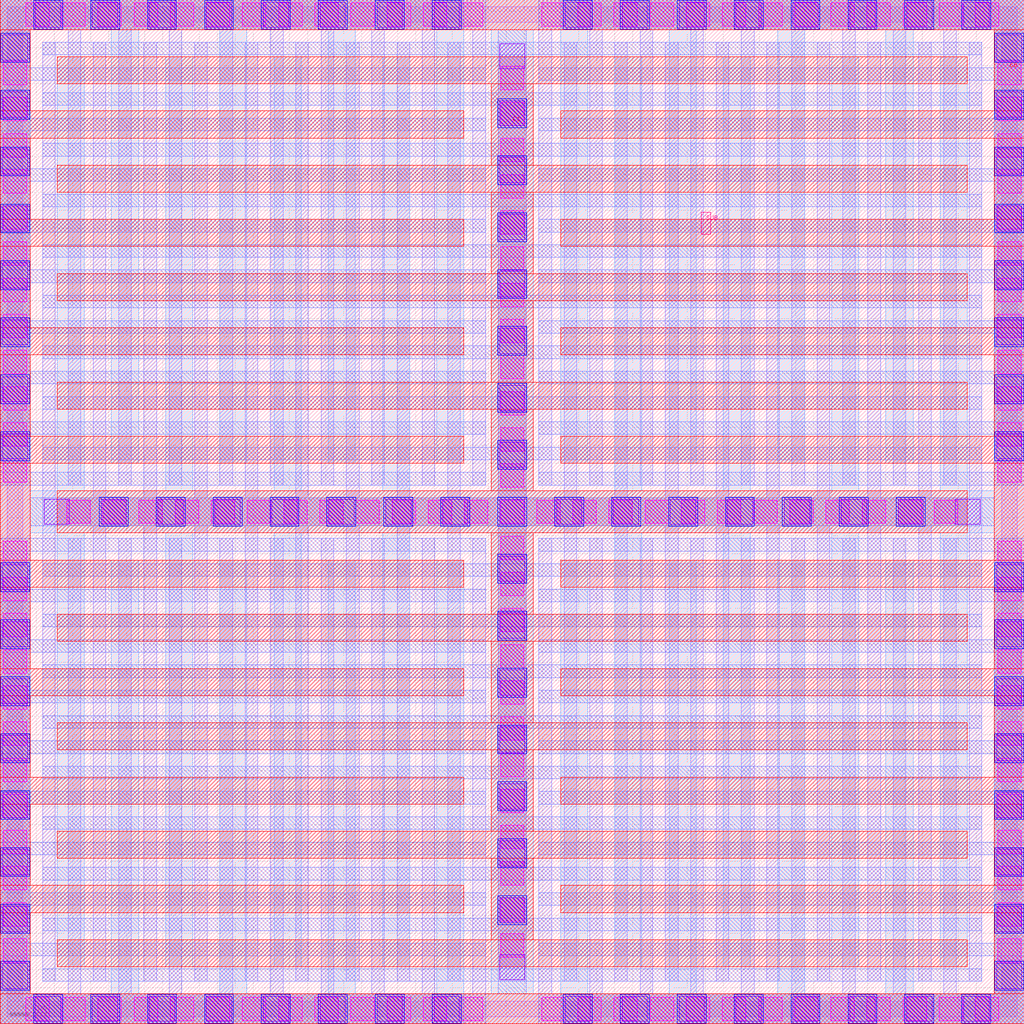
<source format=lef>
# Copyright 2020 The SkyWater PDK Authors
#
# Licensed under the Apache License, Version 2.0 (the "License");
# you may not use this file except in compliance with the License.
# You may obtain a copy of the License at
#
#     https://www.apache.org/licenses/LICENSE-2.0
#
# Unless required by applicable law or agreed to in writing, software
# distributed under the License is distributed on an "AS IS" BASIS,
# WITHOUT WARRANTIES OR CONDITIONS OF ANY KIND, either express or implied.
# See the License for the specific language governing permissions and
# limitations under the License.
#
# SPDX-License-Identifier: Apache-2.0

VERSION 5.7 ;
  NOWIREEXTENSIONATPIN ON ;
  DIVIDERCHAR "/" ;
  BUSBITCHARS "[]" ;
MACRO sky130_fd_pr__cap_vpp_11p3x11p3_m1m2m3m4_shieldl1_wafflecap
  CLASS BLOCK ;
  FOREIGN sky130_fd_pr__cap_vpp_11p3x11p3_m1m2m3m4_shieldl1_wafflecap ;
  ORIGIN  0.000000  0.000000 ;
  SIZE  11.33000 BY  11.33000 ;
  PIN C0
    PORT
      LAYER met4 ;
        RECT  0.000000  0.000000 11.330000  0.330000 ;
        RECT  0.000000  0.330000  0.330000  1.230000 ;
        RECT  0.000000  1.230000  5.130000  1.530000 ;
        RECT  0.000000  1.530000  0.330000  2.430000 ;
        RECT  0.000000  2.430000  5.130000  2.730000 ;
        RECT  0.000000  2.730000  0.330000  3.630000 ;
        RECT  0.000000  3.630000  5.130000  3.930000 ;
        RECT  0.000000  3.930000  0.330000  4.830000 ;
        RECT  0.000000  4.830000  5.130000  5.130000 ;
        RECT  0.000000  5.130000  0.330000  6.200000 ;
        RECT  0.000000  6.200000  5.130000  6.500000 ;
        RECT  0.000000  6.500000  0.330000  7.400000 ;
        RECT  0.000000  7.400000  5.130000  7.700000 ;
        RECT  0.000000  7.700000  0.330000  8.600000 ;
        RECT  0.000000  8.600000  5.130000  8.900000 ;
        RECT  0.000000  8.900000  0.330000  9.800000 ;
        RECT  0.000000  9.800000  5.130000 10.100000 ;
        RECT  0.000000 10.100000  0.330000 11.000000 ;
        RECT  0.000000 11.000000 11.330000 11.330000 ;
        RECT  6.200000  1.230000 11.330000  1.530000 ;
        RECT  6.200000  2.430000 11.330000  2.730000 ;
        RECT  6.200000  3.630000 11.330000  3.930000 ;
        RECT  6.200000  4.830000 11.330000  5.130000 ;
        RECT  6.200000  6.200000 11.330000  6.500000 ;
        RECT  6.200000  7.400000 11.330000  7.700000 ;
        RECT  6.200000  8.600000 11.330000  8.900000 ;
        RECT  6.200000  9.800000 11.330000 10.100000 ;
        RECT 11.000000  0.330000 11.330000  1.230000 ;
        RECT 11.000000  1.530000 11.330000  2.430000 ;
        RECT 11.000000  2.730000 11.330000  3.630000 ;
        RECT 11.000000  3.930000 11.330000  4.830000 ;
        RECT 11.000000  5.130000 11.330000  6.200000 ;
        RECT 11.000000  6.500000 11.330000  7.400000 ;
        RECT 11.000000  7.700000 11.330000  8.600000 ;
        RECT 11.000000  8.900000 11.330000  9.800000 ;
        RECT 11.000000 10.100000 11.330000 11.000000 ;
    END
  END C0
  PIN C1
    PORT
      LAYER met4 ;
        RECT 0.630000  0.630000 10.700000  0.930000 ;
        RECT 0.630000  1.830000 10.700000  2.130000 ;
        RECT 0.630000  3.030000 10.700000  3.330000 ;
        RECT 0.630000  4.230000 10.700000  4.530000 ;
        RECT 0.630000  5.430000 10.700000  5.900000 ;
        RECT 0.630000  6.800000 10.700000  7.100000 ;
        RECT 0.630000  8.000000 10.700000  8.300000 ;
        RECT 0.630000  9.200000 10.700000  9.500000 ;
        RECT 0.630000 10.400000 10.700000 10.700000 ;
        RECT 5.430000  0.930000  5.900000  1.830000 ;
        RECT 5.430000  2.130000  5.900000  3.030000 ;
        RECT 5.430000  3.330000  5.900000  4.230000 ;
        RECT 5.430000  4.530000  5.900000  5.430000 ;
        RECT 5.430000  5.900000  5.900000  6.800000 ;
        RECT 5.430000  7.100000  5.900000  8.000000 ;
        RECT 5.430000  8.300000  5.900000  9.200000 ;
        RECT 5.430000  9.500000  5.900000 10.400000 ;
    END
  END C1
  PIN SUB
    PORT
      LAYER pwell ;
        RECT 7.755000 8.735000 7.860000 8.980000 ;
    END
  END SUB
  OBS
    LAYER li1 ;
      RECT  0.080000  0.080000 11.250000  0.250000 ;
      RECT  0.080000  0.250000  0.250000 11.080000 ;
      RECT  0.080000 11.080000 11.250000 11.250000 ;
      RECT 11.080000  0.250000 11.250000 11.080000 ;
    LAYER met1 ;
      RECT  0.000000  0.000000 11.330000  0.330000 ;
      RECT  0.000000  0.330000  0.330000 11.000000 ;
      RECT  0.000000 11.000000 11.330000 11.330000 ;
      RECT  0.470000  0.470000  0.610000  5.510000 ;
      RECT  0.470000  5.510000 10.860000  5.820000 ;
      RECT  0.470000  5.820000  0.610000 10.860000 ;
      RECT  0.750000  0.330000  0.890000  5.370000 ;
      RECT  0.750000  5.960000  0.890000 11.000000 ;
      RECT  1.030000  0.470000  1.170000  5.510000 ;
      RECT  1.030000  5.820000  1.170000 10.860000 ;
      RECT  1.310000  0.330000  1.450000  5.370000 ;
      RECT  1.310000  5.960000  1.450000 11.000000 ;
      RECT  1.590000  0.470000  1.730000  5.510000 ;
      RECT  1.590000  5.820000  1.730000 10.860000 ;
      RECT  1.870000  0.330000  2.010000  5.370000 ;
      RECT  1.870000  5.960000  2.010000 11.000000 ;
      RECT  2.150000  0.470000  2.290000  5.510000 ;
      RECT  2.150000  5.820000  2.290000 10.860000 ;
      RECT  2.430000  0.330000  2.570000  5.370000 ;
      RECT  2.430000  5.960000  2.570000 11.000000 ;
      RECT  2.710000  0.470000  2.850000  5.510000 ;
      RECT  2.710000  5.820000  2.850000 10.860000 ;
      RECT  2.990000  0.330000  3.130000  5.370000 ;
      RECT  2.990000  5.960000  3.130000 11.000000 ;
      RECT  3.270000  0.470000  3.410000  5.510000 ;
      RECT  3.270000  5.820000  3.410000 10.860000 ;
      RECT  3.550000  0.330000  3.690000  5.370000 ;
      RECT  3.550000  5.960000  3.690000 11.000000 ;
      RECT  3.830000  0.470000  3.970000  5.510000 ;
      RECT  3.830000  5.820000  3.970000 10.860000 ;
      RECT  4.110000  0.330000  4.250000  5.370000 ;
      RECT  4.110000  5.960000  4.250000 11.000000 ;
      RECT  4.390000  0.470000  4.530000  5.510000 ;
      RECT  4.390000  5.820000  4.530000 10.860000 ;
      RECT  4.670000  0.330000  4.810000  5.370000 ;
      RECT  4.670000  5.960000  4.810000 11.000000 ;
      RECT  4.950000  0.470000  5.090000  5.510000 ;
      RECT  4.950000  5.820000  5.090000 10.860000 ;
      RECT  5.230000  0.330000  5.370000  5.370000 ;
      RECT  5.230000  5.960000  5.370000 11.000000 ;
      RECT  5.510000  0.470000  5.820000  5.510000 ;
      RECT  5.510000  5.820000  5.820000 10.860000 ;
      RECT  5.960000  0.330000  6.100000  5.370000 ;
      RECT  5.960000  5.960000  6.100000 11.000000 ;
      RECT  6.240000  0.470000  6.380000  5.510000 ;
      RECT  6.240000  5.820000  6.380000 10.860000 ;
      RECT  6.520000  0.330000  6.660000  5.370000 ;
      RECT  6.520000  5.960000  6.660000 11.000000 ;
      RECT  6.800000  0.470000  6.940000  5.510000 ;
      RECT  6.800000  5.820000  6.940000 10.860000 ;
      RECT  7.080000  0.330000  7.220000  5.370000 ;
      RECT  7.080000  5.960000  7.220000 11.000000 ;
      RECT  7.360000  0.470000  7.500000  5.510000 ;
      RECT  7.360000  5.820000  7.500000 10.860000 ;
      RECT  7.640000  0.330000  7.780000  5.370000 ;
      RECT  7.640000  5.960000  7.780000 11.000000 ;
      RECT  7.920000  0.470000  8.060000  5.510000 ;
      RECT  7.920000  5.820000  8.060000 10.860000 ;
      RECT  8.200000  0.330000  8.340000  5.370000 ;
      RECT  8.200000  5.960000  8.340000 11.000000 ;
      RECT  8.480000  0.470000  8.620000  5.510000 ;
      RECT  8.480000  5.820000  8.620000 10.860000 ;
      RECT  8.760000  0.330000  8.900000  5.370000 ;
      RECT  8.760000  5.960000  8.900000 11.000000 ;
      RECT  9.040000  0.470000  9.180000  5.510000 ;
      RECT  9.040000  5.820000  9.180000 10.860000 ;
      RECT  9.320000  0.330000  9.460000  5.370000 ;
      RECT  9.320000  5.960000  9.460000 11.000000 ;
      RECT  9.600000  0.470000  9.740000  5.510000 ;
      RECT  9.600000  5.820000  9.740000 10.860000 ;
      RECT  9.880000  0.330000 10.020000  5.370000 ;
      RECT  9.880000  5.960000 10.020000 11.000000 ;
      RECT 10.160000  0.470000 10.300000  5.510000 ;
      RECT 10.160000  5.820000 10.300000 10.860000 ;
      RECT 10.440000  0.330000 10.580000  5.370000 ;
      RECT 10.440000  5.960000 10.580000 11.000000 ;
      RECT 10.720000  0.470000 10.860000  5.510000 ;
      RECT 10.720000  5.820000 10.860000 10.860000 ;
      RECT 11.000000  0.330000 11.330000 11.000000 ;
    LAYER met2 ;
      RECT  0.000000  0.000000  5.370000  0.330000 ;
      RECT  0.000000  0.330000  0.330000  0.750000 ;
      RECT  0.000000  0.750000  5.370000  0.890000 ;
      RECT  0.000000  0.890000  0.330000  1.310000 ;
      RECT  0.000000  1.310000  5.370000  1.450000 ;
      RECT  0.000000  1.450000  0.330000  1.870000 ;
      RECT  0.000000  1.870000  5.370000  2.010000 ;
      RECT  0.000000  2.010000  0.330000  2.430000 ;
      RECT  0.000000  2.430000  5.370000  2.570000 ;
      RECT  0.000000  2.570000  0.330000  2.990000 ;
      RECT  0.000000  2.990000  5.370000  3.130000 ;
      RECT  0.000000  3.130000  0.330000  3.550000 ;
      RECT  0.000000  3.550000  5.370000  3.690000 ;
      RECT  0.000000  3.690000  0.330000  4.110000 ;
      RECT  0.000000  4.110000  5.370000  4.250000 ;
      RECT  0.000000  4.250000  0.330000  4.670000 ;
      RECT  0.000000  4.670000  5.370000  4.810000 ;
      RECT  0.000000  4.810000  0.330000  5.230000 ;
      RECT  0.000000  5.230000  5.370000  5.370000 ;
      RECT  0.000000  5.960000  5.370000  6.100000 ;
      RECT  0.000000  6.100000  0.330000  6.520000 ;
      RECT  0.000000  6.520000  5.370000  6.660000 ;
      RECT  0.000000  6.660000  0.330000  7.080000 ;
      RECT  0.000000  7.080000  5.370000  7.220000 ;
      RECT  0.000000  7.220000  0.330000  7.640000 ;
      RECT  0.000000  7.640000  5.370000  7.780000 ;
      RECT  0.000000  7.780000  0.330000  8.200000 ;
      RECT  0.000000  8.200000  5.370000  8.340000 ;
      RECT  0.000000  8.340000  0.330000  8.760000 ;
      RECT  0.000000  8.760000  5.370000  8.900000 ;
      RECT  0.000000  8.900000  0.330000  9.320000 ;
      RECT  0.000000  9.320000  5.370000  9.460000 ;
      RECT  0.000000  9.460000  0.330000  9.880000 ;
      RECT  0.000000  9.880000  5.370000 10.020000 ;
      RECT  0.000000 10.020000  0.330000 10.440000 ;
      RECT  0.000000 10.440000  5.370000 10.580000 ;
      RECT  0.000000 10.580000  0.330000 11.000000 ;
      RECT  0.000000 11.000000  5.370000 11.330000 ;
      RECT  0.330000  5.510000 11.000000  5.820000 ;
      RECT  0.470000  0.470000 10.860000  0.610000 ;
      RECT  0.470000  1.030000 10.860000  1.170000 ;
      RECT  0.470000  1.590000 10.860000  1.730000 ;
      RECT  0.470000  2.150000 10.860000  2.290000 ;
      RECT  0.470000  2.710000 10.860000  2.850000 ;
      RECT  0.470000  3.270000 10.860000  3.410000 ;
      RECT  0.470000  3.830000 10.860000  3.970000 ;
      RECT  0.470000  4.390000 10.860000  4.530000 ;
      RECT  0.470000  4.950000 10.860000  5.090000 ;
      RECT  0.470000  6.240000 10.860000  6.380000 ;
      RECT  0.470000  6.800000 10.860000  6.940000 ;
      RECT  0.470000  7.360000 10.860000  7.500000 ;
      RECT  0.470000  7.920000 10.860000  8.060000 ;
      RECT  0.470000  8.480000 10.860000  8.620000 ;
      RECT  0.470000  9.040000 10.860000  9.180000 ;
      RECT  0.470000  9.600000 10.860000  9.740000 ;
      RECT  0.470000 10.160000 10.860000 10.300000 ;
      RECT  0.470000 10.720000 10.860000 10.860000 ;
      RECT  5.510000  0.330000  5.820000  0.470000 ;
      RECT  5.510000  0.610000  5.820000  1.030000 ;
      RECT  5.510000  1.170000  5.820000  1.590000 ;
      RECT  5.510000  1.730000  5.820000  2.150000 ;
      RECT  5.510000  2.290000  5.820000  2.710000 ;
      RECT  5.510000  2.850000  5.820000  3.270000 ;
      RECT  5.510000  3.410000  5.820000  3.830000 ;
      RECT  5.510000  3.970000  5.820000  4.390000 ;
      RECT  5.510000  4.530000  5.820000  4.950000 ;
      RECT  5.510000  5.090000  5.820000  5.510000 ;
      RECT  5.510000  5.820000  5.820000  6.240000 ;
      RECT  5.510000  6.380000  5.820000  6.800000 ;
      RECT  5.510000  6.940000  5.820000  7.360000 ;
      RECT  5.510000  7.500000  5.820000  7.920000 ;
      RECT  5.510000  8.060000  5.820000  8.480000 ;
      RECT  5.510000  8.620000  5.820000  9.040000 ;
      RECT  5.510000  9.180000  5.820000  9.600000 ;
      RECT  5.510000  9.740000  5.820000 10.160000 ;
      RECT  5.510000 10.300000  5.820000 10.720000 ;
      RECT  5.510000 10.860000  5.820000 11.000000 ;
      RECT  5.960000  0.000000 11.330000  0.330000 ;
      RECT  5.960000  0.750000 11.330000  0.890000 ;
      RECT  5.960000  1.310000 11.330000  1.450000 ;
      RECT  5.960000  1.870000 11.330000  2.010000 ;
      RECT  5.960000  2.430000 11.330000  2.570000 ;
      RECT  5.960000  2.990000 11.330000  3.130000 ;
      RECT  5.960000  3.550000 11.330000  3.690000 ;
      RECT  5.960000  4.110000 11.330000  4.250000 ;
      RECT  5.960000  4.670000 11.330000  4.810000 ;
      RECT  5.960000  5.230000 11.330000  5.370000 ;
      RECT  5.960000  5.960000 11.330000  6.100000 ;
      RECT  5.960000  6.520000 11.330000  6.660000 ;
      RECT  5.960000  7.080000 11.330000  7.220000 ;
      RECT  5.960000  7.640000 11.330000  7.780000 ;
      RECT  5.960000  8.200000 11.330000  8.340000 ;
      RECT  5.960000  8.760000 11.330000  8.900000 ;
      RECT  5.960000  9.320000 11.330000  9.460000 ;
      RECT  5.960000  9.880000 11.330000 10.020000 ;
      RECT  5.960000 10.440000 11.330000 10.580000 ;
      RECT  5.960000 11.000000 11.330000 11.330000 ;
      RECT 11.000000  0.330000 11.330000  0.750000 ;
      RECT 11.000000  0.890000 11.330000  1.310000 ;
      RECT 11.000000  1.450000 11.330000  1.870000 ;
      RECT 11.000000  2.010000 11.330000  2.430000 ;
      RECT 11.000000  2.570000 11.330000  2.990000 ;
      RECT 11.000000  3.130000 11.330000  3.550000 ;
      RECT 11.000000  3.690000 11.330000  4.110000 ;
      RECT 11.000000  4.250000 11.330000  4.670000 ;
      RECT 11.000000  4.810000 11.330000  5.230000 ;
      RECT 11.000000  6.100000 11.330000  6.520000 ;
      RECT 11.000000  6.660000 11.330000  7.080000 ;
      RECT 11.000000  7.220000 11.330000  7.640000 ;
      RECT 11.000000  7.780000 11.330000  8.200000 ;
      RECT 11.000000  8.340000 11.330000  8.760000 ;
      RECT 11.000000  8.900000 11.330000  9.320000 ;
      RECT 11.000000  9.460000 11.330000  9.880000 ;
      RECT 11.000000 10.020000 11.330000 10.440000 ;
      RECT 11.000000 10.580000 11.330000 11.000000 ;
    LAYER met3 ;
      RECT  0.000000  0.000000  5.130000  0.330000 ;
      RECT  0.000000  0.330000  0.330000  5.130000 ;
      RECT  0.000000  6.200000  0.330000 11.000000 ;
      RECT  0.000000 11.000000  5.130000 11.330000 ;
      RECT  0.330000  5.430000 11.000000  5.900000 ;
      RECT  0.630000  0.630000  0.930000  5.430000 ;
      RECT  0.630000  5.900000  0.930000 10.700000 ;
      RECT  1.230000  0.330000  1.530000  5.130000 ;
      RECT  1.230000  6.200000  1.530000 11.000000 ;
      RECT  1.830000  0.630000  2.130000  5.430000 ;
      RECT  1.830000  5.900000  2.130000 10.700000 ;
      RECT  2.430000  0.330000  2.730000  5.130000 ;
      RECT  2.430000  6.200000  2.730000 11.000000 ;
      RECT  3.030000  0.630000  3.330000  5.430000 ;
      RECT  3.030000  5.900000  3.330000 10.700000 ;
      RECT  3.630000  0.330000  3.930000  5.130000 ;
      RECT  3.630000  6.200000  3.930000 11.000000 ;
      RECT  4.230000  0.630000  4.530000  5.430000 ;
      RECT  4.230000  5.900000  4.530000 10.700000 ;
      RECT  4.830000  0.330000  5.130000  5.130000 ;
      RECT  4.830000  6.200000  5.130000 11.000000 ;
      RECT  5.430000  0.330000  5.900000  5.430000 ;
      RECT  5.430000  5.900000  5.900000 11.000000 ;
      RECT  6.200000  0.000000 11.330000  0.330000 ;
      RECT  6.200000  0.330000  6.500000  5.130000 ;
      RECT  6.200000  6.200000  6.500000 11.000000 ;
      RECT  6.200000 11.000000 11.330000 11.330000 ;
      RECT  6.800000  0.630000  7.100000  5.430000 ;
      RECT  6.800000  5.900000  7.100000 10.700000 ;
      RECT  7.400000  0.330000  7.700000  5.130000 ;
      RECT  7.400000  6.200000  7.700000 11.000000 ;
      RECT  8.000000  0.630000  8.300000  5.430000 ;
      RECT  8.000000  5.900000  8.300000 10.700000 ;
      RECT  8.600000  0.330000  8.900000  5.130000 ;
      RECT  8.600000  6.200000  8.900000 11.000000 ;
      RECT  9.200000  0.630000  9.500000  5.430000 ;
      RECT  9.200000  5.900000  9.500000 10.700000 ;
      RECT  9.800000  0.330000 10.100000  5.130000 ;
      RECT  9.800000  6.200000 10.100000 11.000000 ;
      RECT 10.400000  0.630000 10.700000  5.430000 ;
      RECT 10.400000  5.900000 10.700000 10.700000 ;
      RECT 11.000000  0.330000 11.330000  5.130000 ;
      RECT 11.000000  6.200000 11.330000 11.000000 ;
    LAYER via ;
      RECT  0.035000  0.680000  0.295000  0.940000 ;
      RECT  0.035000  1.080000  0.295000  1.340000 ;
      RECT  0.035000  1.480000  0.295000  1.740000 ;
      RECT  0.035000  1.880000  0.295000  2.140000 ;
      RECT  0.035000  2.280000  0.295000  2.540000 ;
      RECT  0.035000  2.680000  0.295000  2.940000 ;
      RECT  0.035000  3.080000  0.295000  3.340000 ;
      RECT  0.035000  3.480000  0.295000  3.740000 ;
      RECT  0.035000  3.880000  0.295000  4.140000 ;
      RECT  0.035000  4.280000  0.295000  4.540000 ;
      RECT  0.035000  4.680000  0.295000  4.940000 ;
      RECT  0.035000  5.080000  0.295000  5.340000 ;
      RECT  0.035000  5.990000  0.295000  6.250000 ;
      RECT  0.035000  6.390000  0.295000  6.650000 ;
      RECT  0.035000  6.790000  0.295000  7.050000 ;
      RECT  0.035000  7.190000  0.295000  7.450000 ;
      RECT  0.035000  7.590000  0.295000  7.850000 ;
      RECT  0.035000  7.990000  0.295000  8.250000 ;
      RECT  0.035000  8.390000  0.295000  8.650000 ;
      RECT  0.035000  8.790000  0.295000  9.050000 ;
      RECT  0.035000  9.190000  0.295000  9.450000 ;
      RECT  0.035000  9.590000  0.295000  9.850000 ;
      RECT  0.035000  9.990000  0.295000 10.250000 ;
      RECT  0.035000 10.390000  0.295000 10.650000 ;
      RECT  0.280000  0.035000  0.540000  0.295000 ;
      RECT  0.280000 11.035000  0.540000 11.295000 ;
      RECT  0.680000  0.035000  0.940000  0.295000 ;
      RECT  0.680000 11.035000  0.940000 11.295000 ;
      RECT  0.735000  5.535000  0.995000  5.795000 ;
      RECT  1.080000  0.035000  1.340000  0.295000 ;
      RECT  1.080000 11.035000  1.340000 11.295000 ;
      RECT  1.135000  5.535000  1.395000  5.795000 ;
      RECT  1.480000  0.035000  1.740000  0.295000 ;
      RECT  1.480000 11.035000  1.740000 11.295000 ;
      RECT  1.535000  5.535000  1.795000  5.795000 ;
      RECT  1.880000  0.035000  2.140000  0.295000 ;
      RECT  1.880000 11.035000  2.140000 11.295000 ;
      RECT  1.935000  5.535000  2.195000  5.795000 ;
      RECT  2.280000  0.035000  2.540000  0.295000 ;
      RECT  2.280000 11.035000  2.540000 11.295000 ;
      RECT  2.335000  5.535000  2.595000  5.795000 ;
      RECT  2.680000  0.035000  2.940000  0.295000 ;
      RECT  2.680000 11.035000  2.940000 11.295000 ;
      RECT  2.735000  5.535000  2.995000  5.795000 ;
      RECT  3.080000  0.035000  3.340000  0.295000 ;
      RECT  3.080000 11.035000  3.340000 11.295000 ;
      RECT  3.135000  5.535000  3.395000  5.795000 ;
      RECT  3.480000  0.035000  3.740000  0.295000 ;
      RECT  3.480000 11.035000  3.740000 11.295000 ;
      RECT  3.535000  5.535000  3.795000  5.795000 ;
      RECT  3.880000  0.035000  4.140000  0.295000 ;
      RECT  3.880000 11.035000  4.140000 11.295000 ;
      RECT  3.935000  5.535000  4.195000  5.795000 ;
      RECT  4.280000  0.035000  4.540000  0.295000 ;
      RECT  4.280000 11.035000  4.540000 11.295000 ;
      RECT  4.335000  5.535000  4.595000  5.795000 ;
      RECT  4.680000  0.035000  4.940000  0.295000 ;
      RECT  4.680000 11.035000  4.940000 11.295000 ;
      RECT  4.735000  5.535000  4.995000  5.795000 ;
      RECT  5.080000  0.035000  5.340000  0.295000 ;
      RECT  5.080000 11.035000  5.340000 11.295000 ;
      RECT  5.135000  5.535000  5.395000  5.795000 ;
      RECT  5.535000  0.735000  5.795000  0.995000 ;
      RECT  5.535000  1.135000  5.795000  1.395000 ;
      RECT  5.535000  1.535000  5.795000  1.795000 ;
      RECT  5.535000  1.935000  5.795000  2.195000 ;
      RECT  5.535000  2.335000  5.795000  2.595000 ;
      RECT  5.535000  2.735000  5.795000  2.995000 ;
      RECT  5.535000  3.135000  5.795000  3.395000 ;
      RECT  5.535000  3.535000  5.795000  3.795000 ;
      RECT  5.535000  3.935000  5.795000  4.195000 ;
      RECT  5.535000  4.335000  5.795000  4.595000 ;
      RECT  5.535000  4.735000  5.795000  4.995000 ;
      RECT  5.535000  5.135000  5.795000  5.395000 ;
      RECT  5.535000  5.535000  5.795000  5.795000 ;
      RECT  5.535000  5.935000  5.795000  6.195000 ;
      RECT  5.535000  6.335000  5.795000  6.595000 ;
      RECT  5.535000  6.735000  5.795000  6.995000 ;
      RECT  5.535000  7.135000  5.795000  7.395000 ;
      RECT  5.535000  7.535000  5.795000  7.795000 ;
      RECT  5.535000  7.935000  5.795000  8.195000 ;
      RECT  5.535000  8.335000  5.795000  8.595000 ;
      RECT  5.535000  8.735000  5.795000  8.995000 ;
      RECT  5.535000  9.135000  5.795000  9.395000 ;
      RECT  5.535000  9.535000  5.795000  9.795000 ;
      RECT  5.535000  9.935000  5.795000 10.195000 ;
      RECT  5.535000 10.335000  5.795000 10.595000 ;
      RECT  5.935000  5.535000  6.195000  5.795000 ;
      RECT  5.990000  0.035000  6.250000  0.295000 ;
      RECT  5.990000 11.035000  6.250000 11.295000 ;
      RECT  6.335000  5.535000  6.595000  5.795000 ;
      RECT  6.390000  0.035000  6.650000  0.295000 ;
      RECT  6.390000 11.035000  6.650000 11.295000 ;
      RECT  6.735000  5.535000  6.995000  5.795000 ;
      RECT  6.790000  0.035000  7.050000  0.295000 ;
      RECT  6.790000 11.035000  7.050000 11.295000 ;
      RECT  7.135000  5.535000  7.395000  5.795000 ;
      RECT  7.190000  0.035000  7.450000  0.295000 ;
      RECT  7.190000 11.035000  7.450000 11.295000 ;
      RECT  7.535000  5.535000  7.795000  5.795000 ;
      RECT  7.590000  0.035000  7.850000  0.295000 ;
      RECT  7.590000 11.035000  7.850000 11.295000 ;
      RECT  7.935000  5.535000  8.195000  5.795000 ;
      RECT  7.990000  0.035000  8.250000  0.295000 ;
      RECT  7.990000 11.035000  8.250000 11.295000 ;
      RECT  8.335000  5.535000  8.595000  5.795000 ;
      RECT  8.390000  0.035000  8.650000  0.295000 ;
      RECT  8.390000 11.035000  8.650000 11.295000 ;
      RECT  8.735000  5.535000  8.995000  5.795000 ;
      RECT  8.790000  0.035000  9.050000  0.295000 ;
      RECT  8.790000 11.035000  9.050000 11.295000 ;
      RECT  9.135000  5.535000  9.395000  5.795000 ;
      RECT  9.190000  0.035000  9.450000  0.295000 ;
      RECT  9.190000 11.035000  9.450000 11.295000 ;
      RECT  9.535000  5.535000  9.795000  5.795000 ;
      RECT  9.590000  0.035000  9.850000  0.295000 ;
      RECT  9.590000 11.035000  9.850000 11.295000 ;
      RECT  9.935000  5.535000 10.195000  5.795000 ;
      RECT  9.990000  0.035000 10.250000  0.295000 ;
      RECT  9.990000 11.035000 10.250000 11.295000 ;
      RECT 10.335000  5.535000 10.595000  5.795000 ;
      RECT 10.390000  0.035000 10.650000  0.295000 ;
      RECT 10.390000 11.035000 10.650000 11.295000 ;
      RECT 10.790000  0.035000 11.050000  0.295000 ;
      RECT 10.790000 11.035000 11.050000 11.295000 ;
      RECT 11.035000  0.680000 11.295000  0.940000 ;
      RECT 11.035000  1.080000 11.295000  1.340000 ;
      RECT 11.035000  1.480000 11.295000  1.740000 ;
      RECT 11.035000  1.880000 11.295000  2.140000 ;
      RECT 11.035000  2.280000 11.295000  2.540000 ;
      RECT 11.035000  2.680000 11.295000  2.940000 ;
      RECT 11.035000  3.080000 11.295000  3.340000 ;
      RECT 11.035000  3.480000 11.295000  3.740000 ;
      RECT 11.035000  3.880000 11.295000  4.140000 ;
      RECT 11.035000  4.280000 11.295000  4.540000 ;
      RECT 11.035000  4.680000 11.295000  4.940000 ;
      RECT 11.035000  5.080000 11.295000  5.340000 ;
      RECT 11.035000  5.990000 11.295000  6.250000 ;
      RECT 11.035000  6.390000 11.295000  6.650000 ;
      RECT 11.035000  6.790000 11.295000  7.050000 ;
      RECT 11.035000  7.190000 11.295000  7.450000 ;
      RECT 11.035000  7.590000 11.295000  7.850000 ;
      RECT 11.035000  7.990000 11.295000  8.250000 ;
      RECT 11.035000  8.390000 11.295000  8.650000 ;
      RECT 11.035000  8.790000 11.295000  9.050000 ;
      RECT 11.035000  9.190000 11.295000  9.450000 ;
      RECT 11.035000  9.590000 11.295000  9.850000 ;
      RECT 11.035000  9.990000 11.295000 10.250000 ;
      RECT 11.035000 10.390000 11.295000 10.650000 ;
    LAYER via2 ;
      RECT  0.025000  0.390000  0.305000  0.670000 ;
      RECT  0.025000  1.020000  0.305000  1.300000 ;
      RECT  0.025000  1.650000  0.305000  1.930000 ;
      RECT  0.025000  2.280000  0.305000  2.560000 ;
      RECT  0.025000  2.910000  0.305000  3.190000 ;
      RECT  0.025000  3.540000  0.305000  3.820000 ;
      RECT  0.025000  4.170000  0.305000  4.450000 ;
      RECT  0.025000  4.800000  0.305000  5.080000 ;
      RECT  0.025000  6.250000  0.305000  6.530000 ;
      RECT  0.025000  6.880000  0.305000  7.160000 ;
      RECT  0.025000  7.510000  0.305000  7.790000 ;
      RECT  0.025000  8.140000  0.305000  8.420000 ;
      RECT  0.025000  8.770000  0.305000  9.050000 ;
      RECT  0.025000  9.400000  0.305000  9.680000 ;
      RECT  0.025000 10.030000  0.305000 10.310000 ;
      RECT  0.025000 10.660000  0.305000 10.940000 ;
      RECT  0.390000  0.025000  0.670000  0.305000 ;
      RECT  0.390000 11.025000  0.670000 11.305000 ;
      RECT  0.485000  5.525000  0.765000  5.805000 ;
      RECT  1.020000  0.025000  1.300000  0.305000 ;
      RECT  1.020000 11.025000  1.300000 11.305000 ;
      RECT  1.115000  5.525000  1.395000  5.805000 ;
      RECT  1.650000  0.025000  1.930000  0.305000 ;
      RECT  1.650000 11.025000  1.930000 11.305000 ;
      RECT  1.745000  5.525000  2.025000  5.805000 ;
      RECT  2.280000  0.025000  2.560000  0.305000 ;
      RECT  2.280000 11.025000  2.560000 11.305000 ;
      RECT  2.375000  5.525000  2.655000  5.805000 ;
      RECT  2.910000  0.025000  3.190000  0.305000 ;
      RECT  2.910000 11.025000  3.190000 11.305000 ;
      RECT  3.005000  5.525000  3.285000  5.805000 ;
      RECT  3.540000  0.025000  3.820000  0.305000 ;
      RECT  3.540000 11.025000  3.820000 11.305000 ;
      RECT  3.635000  5.525000  3.915000  5.805000 ;
      RECT  4.170000  0.025000  4.450000  0.305000 ;
      RECT  4.170000 11.025000  4.450000 11.305000 ;
      RECT  4.265000  5.525000  4.545000  5.805000 ;
      RECT  4.800000  0.025000  5.080000  0.305000 ;
      RECT  4.800000 11.025000  5.080000 11.305000 ;
      RECT  4.895000  5.525000  5.175000  5.805000 ;
      RECT  5.525000  0.485000  5.805000  0.765000 ;
      RECT  5.525000  1.115000  5.805000  1.395000 ;
      RECT  5.525000  1.745000  5.805000  2.025000 ;
      RECT  5.525000  2.375000  5.805000  2.655000 ;
      RECT  5.525000  3.005000  5.805000  3.285000 ;
      RECT  5.525000  3.635000  5.805000  3.915000 ;
      RECT  5.525000  4.265000  5.805000  4.545000 ;
      RECT  5.525000  4.895000  5.805000  5.175000 ;
      RECT  5.525000  5.525000  5.805000  5.805000 ;
      RECT  5.525000  6.155000  5.805000  6.435000 ;
      RECT  5.525000  6.785000  5.805000  7.065000 ;
      RECT  5.525000  7.415000  5.805000  7.695000 ;
      RECT  5.525000  8.045000  5.805000  8.325000 ;
      RECT  5.525000  8.675000  5.805000  8.955000 ;
      RECT  5.525000  9.305000  5.805000  9.585000 ;
      RECT  5.525000  9.935000  5.805000 10.215000 ;
      RECT  5.525000 10.565000  5.805000 10.845000 ;
      RECT  6.155000  5.525000  6.435000  5.805000 ;
      RECT  6.250000  0.025000  6.530000  0.305000 ;
      RECT  6.250000 11.025000  6.530000 11.305000 ;
      RECT  6.785000  5.525000  7.065000  5.805000 ;
      RECT  6.880000  0.025000  7.160000  0.305000 ;
      RECT  6.880000 11.025000  7.160000 11.305000 ;
      RECT  7.415000  5.525000  7.695000  5.805000 ;
      RECT  7.510000  0.025000  7.790000  0.305000 ;
      RECT  7.510000 11.025000  7.790000 11.305000 ;
      RECT  8.045000  5.525000  8.325000  5.805000 ;
      RECT  8.140000  0.025000  8.420000  0.305000 ;
      RECT  8.140000 11.025000  8.420000 11.305000 ;
      RECT  8.675000  5.525000  8.955000  5.805000 ;
      RECT  8.770000  0.025000  9.050000  0.305000 ;
      RECT  8.770000 11.025000  9.050000 11.305000 ;
      RECT  9.305000  5.525000  9.585000  5.805000 ;
      RECT  9.400000  0.025000  9.680000  0.305000 ;
      RECT  9.400000 11.025000  9.680000 11.305000 ;
      RECT  9.935000  5.525000 10.215000  5.805000 ;
      RECT 10.030000  0.025000 10.310000  0.305000 ;
      RECT 10.030000 11.025000 10.310000 11.305000 ;
      RECT 10.565000  5.525000 10.845000  5.805000 ;
      RECT 10.660000  0.025000 10.940000  0.305000 ;
      RECT 10.660000 11.025000 10.940000 11.305000 ;
      RECT 11.025000  0.390000 11.305000  0.670000 ;
      RECT 11.025000  1.020000 11.305000  1.300000 ;
      RECT 11.025000  1.650000 11.305000  1.930000 ;
      RECT 11.025000  2.280000 11.305000  2.560000 ;
      RECT 11.025000  2.910000 11.305000  3.190000 ;
      RECT 11.025000  3.540000 11.305000  3.820000 ;
      RECT 11.025000  4.170000 11.305000  4.450000 ;
      RECT 11.025000  4.800000 11.305000  5.080000 ;
      RECT 11.025000  6.250000 11.305000  6.530000 ;
      RECT 11.025000  6.880000 11.305000  7.160000 ;
      RECT 11.025000  7.510000 11.305000  7.790000 ;
      RECT 11.025000  8.140000 11.305000  8.420000 ;
      RECT 11.025000  8.770000 11.305000  9.050000 ;
      RECT 11.025000  9.400000 11.305000  9.680000 ;
      RECT 11.025000 10.030000 11.305000 10.310000 ;
      RECT 11.025000 10.660000 11.305000 10.940000 ;
    LAYER via3 ;
      RECT  0.005000  0.370000  0.325000  0.690000 ;
      RECT  0.005000  1.000000  0.325000  1.320000 ;
      RECT  0.005000  1.630000  0.325000  1.950000 ;
      RECT  0.005000  2.260000  0.325000  2.580000 ;
      RECT  0.005000  2.890000  0.325000  3.210000 ;
      RECT  0.005000  3.520000  0.325000  3.840000 ;
      RECT  0.005000  4.150000  0.325000  4.470000 ;
      RECT  0.005000  4.780000  0.325000  5.100000 ;
      RECT  0.005000  6.230000  0.325000  6.550000 ;
      RECT  0.005000  6.860000  0.325000  7.180000 ;
      RECT  0.005000  7.490000  0.325000  7.810000 ;
      RECT  0.005000  8.120000  0.325000  8.440000 ;
      RECT  0.005000  8.750000  0.325000  9.070000 ;
      RECT  0.005000  9.380000  0.325000  9.700000 ;
      RECT  0.005000 10.010000  0.325000 10.330000 ;
      RECT  0.005000 10.640000  0.325000 10.960000 ;
      RECT  0.370000  0.005000  0.690000  0.325000 ;
      RECT  0.370000 11.005000  0.690000 11.325000 ;
      RECT  1.000000  0.005000  1.320000  0.325000 ;
      RECT  1.000000 11.005000  1.320000 11.325000 ;
      RECT  1.095000  5.505000  1.415000  5.825000 ;
      RECT  1.630000  0.005000  1.950000  0.325000 ;
      RECT  1.630000 11.005000  1.950000 11.325000 ;
      RECT  1.725000  5.505000  2.045000  5.825000 ;
      RECT  2.260000  0.005000  2.580000  0.325000 ;
      RECT  2.260000 11.005000  2.580000 11.325000 ;
      RECT  2.355000  5.505000  2.675000  5.825000 ;
      RECT  2.890000  0.005000  3.210000  0.325000 ;
      RECT  2.890000 11.005000  3.210000 11.325000 ;
      RECT  2.985000  5.505000  3.305000  5.825000 ;
      RECT  3.520000  0.005000  3.840000  0.325000 ;
      RECT  3.520000 11.005000  3.840000 11.325000 ;
      RECT  3.615000  5.505000  3.935000  5.825000 ;
      RECT  4.150000  0.005000  4.470000  0.325000 ;
      RECT  4.150000 11.005000  4.470000 11.325000 ;
      RECT  4.245000  5.505000  4.565000  5.825000 ;
      RECT  4.780000  0.005000  5.100000  0.325000 ;
      RECT  4.780000 11.005000  5.100000 11.325000 ;
      RECT  4.875000  5.505000  5.195000  5.825000 ;
      RECT  5.505000  1.095000  5.825000  1.415000 ;
      RECT  5.505000  1.725000  5.825000  2.045000 ;
      RECT  5.505000  2.355000  5.825000  2.675000 ;
      RECT  5.505000  2.985000  5.825000  3.305000 ;
      RECT  5.505000  3.615000  5.825000  3.935000 ;
      RECT  5.505000  4.245000  5.825000  4.565000 ;
      RECT  5.505000  4.875000  5.825000  5.195000 ;
      RECT  5.505000  5.505000  5.825000  5.825000 ;
      RECT  5.505000  6.135000  5.825000  6.455000 ;
      RECT  5.505000  6.765000  5.825000  7.085000 ;
      RECT  5.505000  7.395000  5.825000  7.715000 ;
      RECT  5.505000  8.025000  5.825000  8.345000 ;
      RECT  5.505000  8.655000  5.825000  8.975000 ;
      RECT  5.505000  9.285000  5.825000  9.605000 ;
      RECT  5.505000  9.915000  5.825000 10.235000 ;
      RECT  6.135000  5.505000  6.455000  5.825000 ;
      RECT  6.230000  0.005000  6.550000  0.325000 ;
      RECT  6.230000 11.005000  6.550000 11.325000 ;
      RECT  6.765000  5.505000  7.085000  5.825000 ;
      RECT  6.860000  0.005000  7.180000  0.325000 ;
      RECT  6.860000 11.005000  7.180000 11.325000 ;
      RECT  7.395000  5.505000  7.715000  5.825000 ;
      RECT  7.490000  0.005000  7.810000  0.325000 ;
      RECT  7.490000 11.005000  7.810000 11.325000 ;
      RECT  8.025000  5.505000  8.345000  5.825000 ;
      RECT  8.120000  0.005000  8.440000  0.325000 ;
      RECT  8.120000 11.005000  8.440000 11.325000 ;
      RECT  8.655000  5.505000  8.975000  5.825000 ;
      RECT  8.750000  0.005000  9.070000  0.325000 ;
      RECT  8.750000 11.005000  9.070000 11.325000 ;
      RECT  9.285000  5.505000  9.605000  5.825000 ;
      RECT  9.380000  0.005000  9.700000  0.325000 ;
      RECT  9.380000 11.005000  9.700000 11.325000 ;
      RECT  9.915000  5.505000 10.235000  5.825000 ;
      RECT 10.010000  0.005000 10.330000  0.325000 ;
      RECT 10.010000 11.005000 10.330000 11.325000 ;
      RECT 10.640000  0.005000 10.960000  0.325000 ;
      RECT 10.640000 11.005000 10.960000 11.325000 ;
      RECT 11.005000  0.370000 11.325000  0.690000 ;
      RECT 11.005000  1.000000 11.325000  1.320000 ;
      RECT 11.005000  1.630000 11.325000  1.950000 ;
      RECT 11.005000  2.260000 11.325000  2.580000 ;
      RECT 11.005000  2.890000 11.325000  3.210000 ;
      RECT 11.005000  3.520000 11.325000  3.840000 ;
      RECT 11.005000  4.150000 11.325000  4.470000 ;
      RECT 11.005000  4.780000 11.325000  5.100000 ;
      RECT 11.005000  6.230000 11.325000  6.550000 ;
      RECT 11.005000  6.860000 11.325000  7.180000 ;
      RECT 11.005000  7.490000 11.325000  7.810000 ;
      RECT 11.005000  8.120000 11.325000  8.440000 ;
      RECT 11.005000  8.750000 11.325000  9.070000 ;
      RECT 11.005000  9.380000 11.325000  9.700000 ;
      RECT 11.005000 10.010000 11.325000 10.330000 ;
      RECT 11.005000 10.640000 11.325000 10.960000 ;
  END
END sky130_fd_pr__cap_vpp_11p3x11p3_m1m2m3m4_shieldl1_wafflecap
END LIBRARY

</source>
